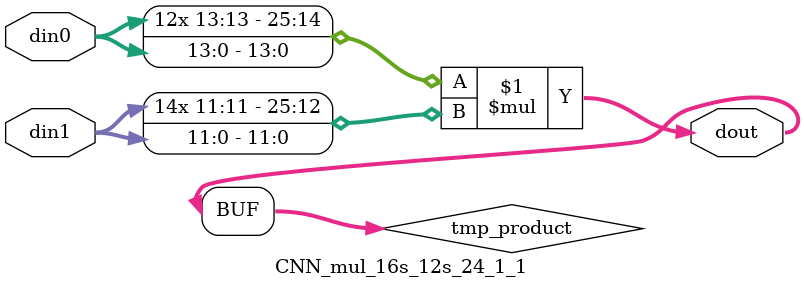
<source format=v>

`timescale 1 ns / 1 ps

 module CNN_mul_16s_12s_24_1_1(din0, din1, dout);
parameter ID = 1;
parameter NUM_STAGE = 0;
parameter din0_WIDTH = 14;
parameter din1_WIDTH = 12;
parameter dout_WIDTH = 26;

input [din0_WIDTH - 1 : 0] din0; 
input [din1_WIDTH - 1 : 0] din1; 
output [dout_WIDTH - 1 : 0] dout;

wire signed [dout_WIDTH - 1 : 0] tmp_product;



























assign tmp_product = $signed(din0) * $signed(din1);








assign dout = tmp_product;





















endmodule

</source>
